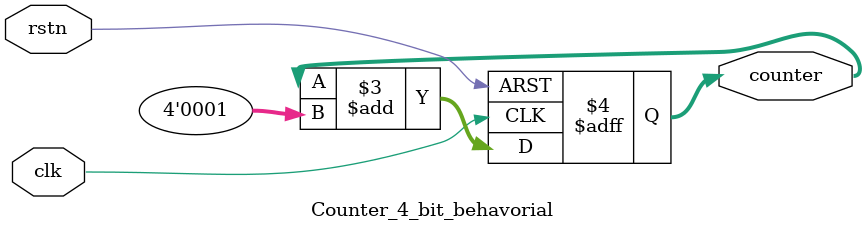
<source format=v>
`timescale 1ns / 1ps

/*
# ---------------------------------------------------------
    # COMPUTER ORGANIZATION LABORATORY
    # AUTUMN SEMESTER 2022
    # Assignment 5
    # Problem 1
    # Group No. 60
    # Abhay Kumar Keshari 20CS10001
    # Hardik Soni 20CS30023
# ---------------------------------------------------------
*/
module Counter_4_bit_behavorial(
   input clk,
   input rstn,
   output reg [3:0] counter
   );
	
	always@(posedge clk or negedge rstn) begin
		if(!rstn) counter <= 4'b0000;
		else counter <= counter + 4'b0001;
	end

endmodule

</source>
